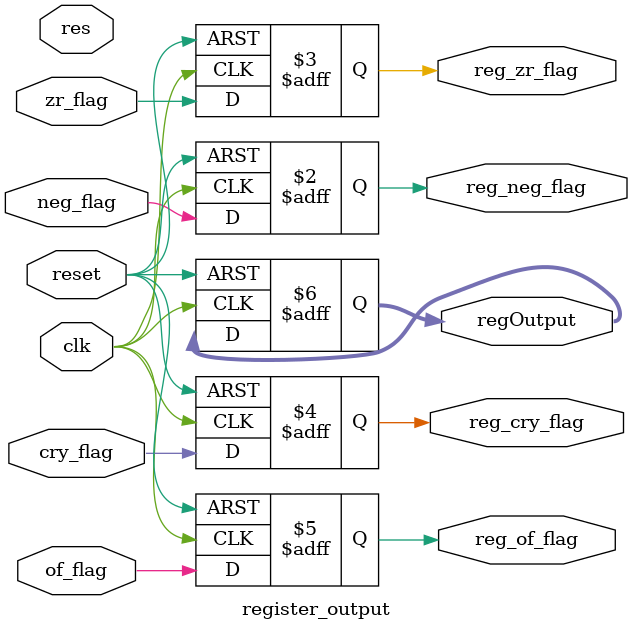
<source format=sv>
module register_output  #(parameter N=4)(
													 input [N-1:0] res,
													 input clk, reset, neg_flag,zr_flag, cry_flag, of_flag,
													 output reg reg_neg_flag, reg_zr_flag, reg_cry_flag, reg_of_flag,
													 output reg [N-1:0] regOutput);
													 
	always @(negedge clk or posedge reset) begin
	
		if(reset) begin
			reg_neg_flag <= 0;
			reg_zr_flag <= 0;
			reg_cry_flag <= 0;
			reg_of_flag <= 0;
			regOutput <= 0;
			end
		else begin
			reg_neg_flag <= neg_flag;
			reg_zr_flag <= zr_flag;
			reg_cry_flag <= cry_flag;
			reg_of_flag <= of_flag;
			regOutput <= regOutput;
			end
			
	end
	
endmodule
</source>
